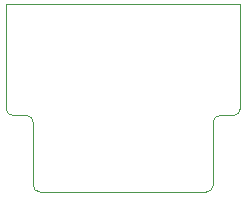
<source format=gm1>
G04 #@! TF.GenerationSoftware,KiCad,Pcbnew,7.0.11*
G04 #@! TF.CreationDate,2025-05-05T07:07:12+10:00*
G04 #@! TF.ProjectId,MAP Card,4d415020-4361-4726-942e-6b696361645f,rev?*
G04 #@! TF.SameCoordinates,Original*
G04 #@! TF.FileFunction,Profile,NP*
%FSLAX46Y46*%
G04 Gerber Fmt 4.6, Leading zero omitted, Abs format (unit mm)*
G04 Created by KiCad (PCBNEW 7.0.11) date 2025-05-05 07:07:12*
%MOMM*%
%LPD*%
G01*
G04 APERTURE LIST*
G04 #@! TA.AperFunction,Profile*
%ADD10C,0.050000*%
G04 #@! TD*
G04 APERTURE END LIST*
D10*
X143764000Y-96012000D02*
X143764000Y-104838500D01*
X161861500Y-105410000D02*
G75*
G03*
X161290000Y-105981500I0J-571500D01*
G01*
X163004500Y-105410000D02*
G75*
G03*
X163576000Y-104838500I0J571500D01*
G01*
X146050000Y-111315500D02*
G75*
G03*
X146621500Y-111887000I571500J0D01*
G01*
X146050000Y-105981500D02*
G75*
G03*
X145478500Y-105410000I-571500J0D01*
G01*
X143764000Y-104838500D02*
G75*
G03*
X144335500Y-105410000I571500J0D01*
G01*
X160718500Y-111887000D02*
G75*
G03*
X161290000Y-111315500I0J571500D01*
G01*
X163576000Y-96012000D02*
X143764000Y-96012000D01*
X161861500Y-105410000D02*
X163004500Y-105410000D01*
X146621500Y-111887000D02*
X160718500Y-111887000D01*
X163576000Y-104838500D02*
X163576000Y-96012000D01*
X146050000Y-105981500D02*
X146050000Y-111315500D01*
X144335500Y-105410000D02*
X145478500Y-105410000D01*
X161290000Y-111315500D02*
X161290000Y-105981500D01*
M02*

</source>
